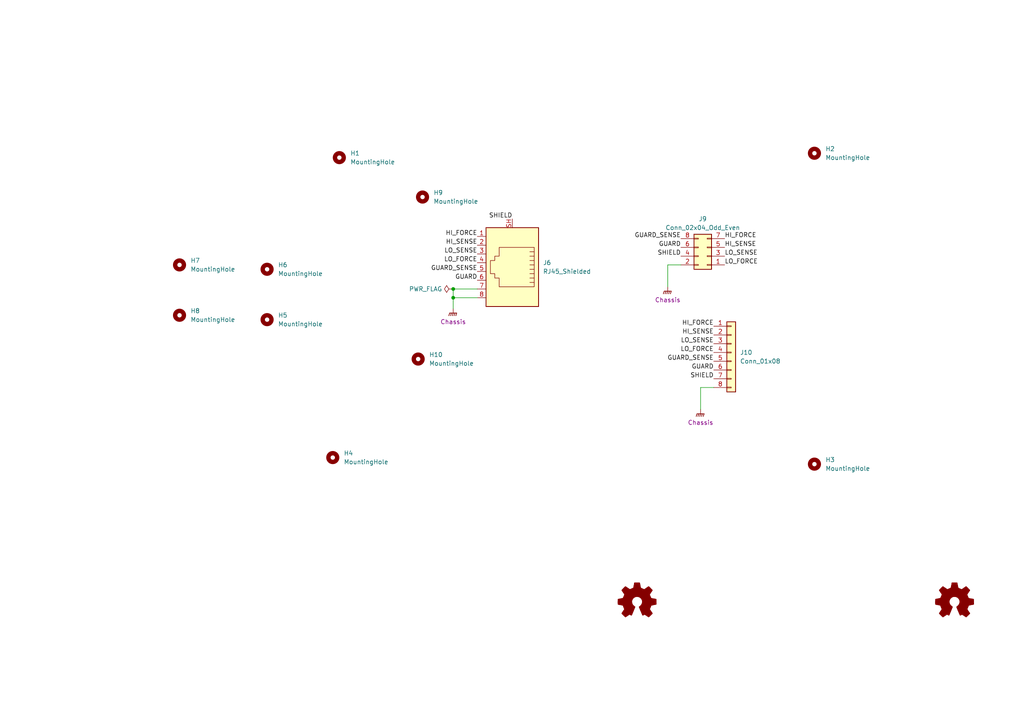
<source format=kicad_sch>
(kicad_sch (version 20230121) (generator eeschema)
  (paper "A4")
  (lib_symbols
    (symbol "Connector:RJ45_Shielded" (pin_names (offset 1.016))
      (property "Reference" "J" (at -5.08 13.97 0))
      (property "Value" "RJ45_Shielded" (at 2.54 13.97 0))
      (symbol "RJ45_Shielded_0_1"
        (polyline (pts (xy -5.08 4.445) (xy -6.35 4.445)))
        (polyline (pts (xy -5.08 5.715) (xy -6.35 5.715)))
        (polyline (pts (xy -6.35 -3.175) (xy -5.08 -3.175) (xy -5.08 -3.175)))
        (polyline (pts (xy -6.35 -1.905) (xy -5.08 -1.905) (xy -5.08 -1.905)))
        (polyline (pts (xy -6.35 -0.635) (xy -5.08 -0.635) (xy -5.08 -0.635)))
        (polyline (pts (xy -6.35 0.635) (xy -5.08 0.635) (xy -5.08 0.635)))
        (polyline (pts (xy -6.35 1.905) (xy -5.08 1.905) (xy -5.08 1.905)))
        (polyline (pts (xy -5.08 3.175) (xy -6.35 3.175) (xy -6.35 3.175)))
        (polyline (pts (xy -6.35 -4.445) (xy -6.35 6.985) (xy 3.81 6.985) (xy 3.81 4.445) (xy 5.08 4.445) (xy 5.08 3.175) (xy 6.35 3.175) (xy 6.35 -0.635) (xy 5.08 -0.635) (xy 5.08 -1.905) (xy 3.81 -1.905) (xy 3.81 -4.445) (xy -6.35 -4.445) (xy -6.35 -4.445)))
        (rectangle (start 7.62 12.7) (end -7.62 -10.16) (stroke (width 0.254)) (fill (type background)))
      )
      (symbol "RJ45_Shielded_1_1"
        (pin passive line (at 10.16 -7.62 180) (length 2.54) (name "~") (number "1"))
        (pin passive line (at 10.16 -5.08 180) (length 2.54) (name "~") (number "2"))
        (pin passive line (at 10.16 -2.54 180) (length 2.54) (name "~") (number "3"))
        (pin passive line (at 10.16 0 180) (length 2.54) (name "~") (number "4"))
        (pin passive line (at 10.16 2.54 180) (length 2.54) (name "~") (number "5"))
        (pin passive line (at 10.16 5.08 180) (length 2.54) (name "~") (number "6"))
        (pin passive line (at 10.16 7.62 180) (length 2.54) (name "~") (number "7"))
        (pin passive line (at 10.16 10.16 180) (length 2.54) (name "~") (number "8"))
        (pin passive line (at 0 -12.7 90) (length 2.54) (name "~") (number "SH"))
      )
    )
    (symbol "Connector_Generic:Conn_01x08" (pin_names (offset 1.016) hide)
      (property "Reference" "J" (at 0 10.16 0))
      (property "Value" "Conn_01x08" (at 0 -12.7 0))
      (symbol "Conn_01x08_1_1"
        (rectangle (start -1.27 -10.033) (end 0 -10.287) (stroke (width 0.1524)))
        (rectangle (start -1.27 -7.493) (end 0 -7.747) (stroke (width 0.1524)))
        (rectangle (start -1.27 -4.953) (end 0 -5.207) (stroke (width 0.1524)))
        (rectangle (start -1.27 -2.413) (end 0 -2.667) (stroke (width 0.1524)))
        (rectangle (start -1.27 0.127) (end 0 -0.127) (stroke (width 0.1524)))
        (rectangle (start -1.27 2.667) (end 0 2.413) (stroke (width 0.1524)))
        (rectangle (start -1.27 5.207) (end 0 4.953) (stroke (width 0.1524)))
        (rectangle (start -1.27 7.747) (end 0 7.493) (stroke (width 0.1524)))
        (rectangle (start -1.27 8.89) (end 1.27 -11.43) (stroke (width 0.254)) (fill (type background)))
        (pin passive line (at -5.08 7.62 0) (length 3.81) (name "Pin_1") (number "1"))
        (pin passive line (at -5.08 5.08 0) (length 3.81) (name "Pin_2") (number "2"))
        (pin passive line (at -5.08 2.54 0) (length 3.81) (name "Pin_3") (number "3"))
        (pin passive line (at -5.08 0 0) (length 3.81) (name "Pin_4") (number "4"))
        (pin passive line (at -5.08 -2.54 0) (length 3.81) (name "Pin_5") (number "5"))
        (pin passive line (at -5.08 -5.08 0) (length 3.81) (name "Pin_6") (number "6"))
        (pin passive line (at -5.08 -7.62 0) (length 3.81) (name "Pin_7") (number "7"))
        (pin passive line (at -5.08 -10.16 0) (length 3.81) (name "Pin_8") (number "8"))
      )
    )
    (symbol "Connector_Generic:Conn_02x04_Odd_Even" (pin_names (offset 1.016) hide)
      (property "Reference" "J" (at 1.27 5.08 0))
      (property "Value" "Conn_02x04_Odd_Even" (at 1.27 -7.62 0))
      (symbol "Conn_02x04_Odd_Even_1_1"
        (rectangle (start -1.27 -4.953) (end 0 -5.207) (stroke (width 0.1524)))
        (rectangle (start -1.27 -2.413) (end 0 -2.667) (stroke (width 0.1524)))
        (rectangle (start -1.27 0.127) (end 0 -0.127) (stroke (width 0.1524)))
        (rectangle (start -1.27 2.667) (end 0 2.413) (stroke (width 0.1524)))
        (rectangle (start -1.27 3.81) (end 3.81 -6.35) (stroke (width 0.254)) (fill (type background)))
        (rectangle (start 3.81 -4.953) (end 2.54 -5.207) (stroke (width 0.1524)))
        (rectangle (start 3.81 -2.413) (end 2.54 -2.667) (stroke (width 0.1524)))
        (rectangle (start 3.81 0.127) (end 2.54 -0.127) (stroke (width 0.1524)))
        (rectangle (start 3.81 2.667) (end 2.54 2.413) (stroke (width 0.1524)))
        (pin passive line (at -5.08 2.54 0) (length 3.81) (name "Pin_1") (number "1"))
        (pin passive line (at 7.62 2.54 180) (length 3.81) (name "Pin_2") (number "2"))
        (pin passive line (at -5.08 0 0) (length 3.81) (name "Pin_3") (number "3"))
        (pin passive line (at 7.62 0 180) (length 3.81) (name "Pin_4") (number "4"))
        (pin passive line (at -5.08 -2.54 0) (length 3.81) (name "Pin_5") (number "5"))
        (pin passive line (at 7.62 -2.54 180) (length 3.81) (name "Pin_6") (number "6"))
        (pin passive line (at -5.08 -5.08 0) (length 3.81) (name "Pin_7") (number "7"))
        (pin passive line (at 7.62 -5.08 180) (length 3.81) (name "Pin_8") (number "8"))
      )
    )
    (symbol "Graphic:Logo_Open_Hardware_Small" (pin_names (offset 1.016))
      (symbol "Logo_Open_Hardware_Small_0_1"
        (polyline (pts (xy 3.3528 -4.3434) (xy 3.302 -4.318) (xy 3.175 -4.2418) (xy 2.9972 -4.1148) (xy 2.7686 -3.9624) (xy 2.54 -3.81) (xy 2.3622 -3.7084) (xy 2.2352 -3.6068) (xy 2.1844 -3.5814) (xy 2.159 -3.6068) (xy 2.0574 -3.6576) (xy 1.905 -3.7338) (xy 1.8034 -3.7846) (xy 1.6764 -3.8354) (xy 1.6002 -3.8354) (xy 1.6002 -3.8354) (xy 1.5494 -3.7338) (xy 1.4732 -3.5306) (xy 1.3462 -3.302) (xy 1.2446 -3.0226) (xy 1.1176 -2.7178) (xy 0.9652 -2.413) (xy 0.8636 -2.1082) (xy 0.7366 -1.8288) (xy 0.6604 -1.6256) (xy 0.6096 -1.4732) (xy 0.5842 -1.397) (xy 0.5842 -1.397) (xy 0.6604 -1.3208) (xy 0.7874 -1.2446) (xy 1.0414 -1.016) (xy 1.2954 -0.6858) (xy 1.4478 -0.3302) (xy 1.524 0.0762) (xy 1.4732 0.4572) (xy 1.3208 0.8128) (xy 1.0668 1.143) (xy 0.762 1.3716) (xy 0.4064 1.524) (xy 0 1.5748) (xy -0.381 1.5494) (xy -0.7366 1.397) (xy -1.0668 1.143) (xy -1.2192 0.9906) (xy -1.397 0.6604) (xy -1.524 0.3048) (xy -1.524 0.2286) (xy -1.4986 -0.1778) (xy -1.397 -0.5334) (xy -1.1938 -0.8636) (xy -0.9144 -1.143) (xy -0.8636 -1.1684) (xy -0.7366 -1.27) (xy -0.635 -1.3462) (xy -0.5842 -1.397) (xy -1.0668 -2.5908) (xy -1.143 -2.794) (xy -1.2954 -3.1242) (xy -1.397 -3.4036) (xy -1.4986 -3.6322) (xy -1.5748 -3.7846) (xy -1.6002 -3.8354) (xy -1.6002 -3.8354) (xy -1.651 -3.8354) (xy -1.7272 -3.81) (xy -1.905 -3.7338) (xy -2.0066 -3.683) (xy -2.1336 -3.6068) (xy -2.2098 -3.5814) (xy -2.2606 -3.6068) (xy -2.3622 -3.683) (xy -2.54 -3.81) (xy -2.7686 -3.9624) (xy -2.9718 -4.0894) (xy -3.1496 -4.2164) (xy -3.302 -4.318) (xy -3.3528 -4.3434) (xy -3.3782 -4.3434) (xy -3.429 -4.318) (xy -3.5306 -4.2164) (xy -3.7084 -4.064) (xy -3.937 -3.8354) (xy -3.9624 -3.81) (xy -4.1656 -3.6068) (xy -4.318 -3.4544) (xy -4.4196 -3.3274) (xy -4.445 -3.2766) (xy -4.445 -3.2766) (xy -4.4196 -3.2258) (xy -4.318 -3.0734) (xy -4.2164 -2.8956) (xy -4.064 -2.667) (xy -3.6576 -2.0828) (xy -3.8862 -1.5494) (xy -3.937 -1.3716) (xy -4.0386 -1.1684) (xy -4.0894 -1.0414) (xy -4.1148 -0.9652) (xy -4.191 -0.9398) (xy -4.318 -0.9144) (xy -4.5466 -0.8636) (xy -4.8006 -0.8128) (xy -5.0546 -0.7874) (xy -5.2578 -0.7366) (xy -5.4356 -0.7112) (xy -5.5118 -0.6858) (xy -5.5118 -0.6858) (xy -5.5372 -0.635) (xy -5.5372 -0.5588) (xy -5.5372 -0.4318) (xy -5.5626 -0.2286) (xy -5.5626 0.0762) (xy -5.5626 0.127) (xy -5.5372 0.4064) (xy -5.5372 0.635) (xy -5.5372 0.762) (xy -5.5372 0.8382) (xy -5.5372 0.8382) (xy -5.461 0.8382) (xy -5.3086 0.889) (xy -5.08 0.9144) (xy -4.826 0.9652) (xy -4.8006 0.9906) (xy -4.5466 1.0414) (xy -4.318 1.0668) (xy -4.1656 1.1176) (xy -4.0894 1.143) (xy -4.0894 1.143) (xy -4.0386 1.2446) (xy -3.9624 1.4224) (xy -3.8608 1.6256) (xy -3.7846 1.8288) (xy -3.7084 2.0066) (xy -3.6576 2.159) (xy -3.6322 2.2098) (xy -3.6322 2.2098) (xy -3.683 2.286) (xy -3.7592 2.413) (xy -3.8862 2.5908) (xy -4.064 2.8194) (xy -4.064 2.8448) (xy -4.2164 3.0734) (xy -4.3434 3.2512) (xy -4.4196 3.3782) (xy -4.445 3.4544) (xy -4.445 3.4544) (xy -4.3942 3.5052) (xy -4.2926 3.6322) (xy -4.1148 3.81) (xy -3.937 4.0132) (xy -3.8608 4.064) (xy -3.6576 4.2926) (xy -3.5052 4.4196) (xy -3.4036 4.4958) (xy -3.3528 4.5212) (xy -3.3528 4.5212) (xy -3.302 4.4704) (xy -3.1496 4.3688) (xy -2.9718 4.2418) (xy -2.7432 4.0894) (xy -2.7178 4.0894) (xy -2.4892 3.937) (xy -2.3114 3.81) (xy -2.1844 3.7084) (xy -2.1336 3.683) (xy -2.1082 3.683) (xy -2.032 3.7084) (xy -1.8542 3.7592) (xy -1.6764 3.8354) (xy -1.4732 3.937) (xy -1.27 4.0132) (xy -1.143 4.064) (xy -1.0668 4.1148) (xy -1.0668 4.1148) (xy -1.0414 4.191) (xy -1.016 4.3434) (xy -0.9652 4.572) (xy -0.9144 4.8514) (xy -0.889 4.9022) (xy -0.8382 5.1562) (xy -0.8128 5.3848) (xy -0.7874 5.5372) (xy -0.762 5.588) (xy -0.7112 5.6134) (xy -0.5842 5.6134) (xy -0.4064 5.6134) (xy -0.1524 5.6134) (xy 0.0762 5.6134) (xy 0.3302 5.6134) (xy 0.5334 5.6134) (xy 0.6858 5.588) (xy 0.7366 5.588) (xy 0.7366 5.588) (xy 0.762 5.5118) (xy 0.8128 5.334) (xy 0.8382 5.1054) (xy 0.9144 4.826) (xy 0.9144 4.7752) (xy 0.9652 4.5212) (xy 1.016 4.2926) (xy 1.0414 4.1402) (xy 1.0668 4.0894) (xy 1.0668 4.0894) (xy 1.1938 4.0386) (xy 1.3716 3.9624) (xy 1.5748 3.8608) (xy 2.0828 3.6576) (xy 2.7178 4.0894) (xy 2.7686 4.1402) (xy 2.9972 4.2926) (xy 3.175 4.4196) (xy 3.302 4.4958) (xy 3.3782 4.5212) (xy 3.3782 4.5212) (xy 3.429 4.4704) (xy 3.556 4.3434) (xy 3.7338 4.191) (xy 3.9116 3.9878) (xy 4.064 3.8354) (xy 4.2418 3.6576) (xy 4.3434 3.556) (xy 4.4196 3.4798) (xy 4.4196 3.429) (xy 4.4196 3.4036) (xy 4.3942 3.3274) (xy 4.2926 3.2004) (xy 4.1656 2.9972) (xy 4.0132 2.794) (xy 3.8862 2.5908) (xy 3.7592 2.3876) (xy 3.6576 2.2352) (xy 3.6322 2.159) (xy 3.6322 2.1336) (xy 3.683 2.0066) (xy 3.7592 1.8288) (xy 3.8608 1.6002) (xy 4.064 1.1176) (xy 4.3942 1.0414) (xy 4.5974 1.016) (xy 4.8768 0.9652) (xy 5.1308 0.9144) (xy 5.5372 0.8382) (xy 5.5626 -0.6604) (xy 5.4864 -0.6858) (xy 5.4356 -0.6858) (xy 5.2832 -0.7366) (xy 5.0546 -0.762) (xy 4.8006 -0.8128) (xy 4.5974 -0.8636) (xy 4.3688 -0.9144) (xy 4.2164 -0.9398) (xy 4.1402 -0.9398) (xy 4.1148 -0.9652) (xy 4.064 -1.0668) (xy 3.9878 -1.2446) (xy 3.9116 -1.4478) (xy 3.81 -1.651) (xy 3.7338 -1.8542) (xy 3.683 -2.0066) (xy 3.6576 -2.0828) (xy 3.683 -2.1336) (xy 3.7846 -2.2606) (xy 3.8862 -2.4638) (xy 4.0386 -2.667) (xy 4.191 -2.8956) (xy 4.318 -3.0734) (xy 4.3942 -3.2004) (xy 4.445 -3.2766) (xy 4.4196 -3.3274) (xy 4.3434 -3.429) (xy 4.1656 -3.5814) (xy 3.937 -3.8354) (xy 3.8862 -3.8608) (xy 3.683 -4.064) (xy 3.5306 -4.2164) (xy 3.4036 -4.318) (xy 3.3528 -4.3434)) (fill (type outline)))
      )
    )
    (symbol "Mechanical:MountingHole" (pin_names (offset 1.016))
      (property "Reference" "H" (at 0 5.08 0))
      (property "Value" "MountingHole" (at 0 3.175 0))
      (symbol "MountingHole_0_1"
        (circle (center 0 0) (radius 1.27) (stroke (width 1.27)))
      )
    )
    (symbol "power:GNDPWR" (power) (pin_names (offset 0))
      (property "Value" "GNDPWR" (at 0 -3.302 0))
      (symbol "GNDPWR_0_1"
        (polyline (pts (xy 0 -1.27) (xy 0 0)))
        (polyline (pts (xy -1.016 -1.27) (xy -1.27 -2.032) (xy -1.27 -2.032)) (stroke (width 0.2032)))
        (polyline (pts (xy -0.508 -1.27) (xy -0.762 -2.032) (xy -0.762 -2.032)) (stroke (width 0.2032)))
        (polyline (pts (xy 0 -1.27) (xy -0.254 -2.032) (xy -0.254 -2.032)) (stroke (width 0.2032)))
        (polyline (pts (xy 0.508 -1.27) (xy 0.254 -2.032) (xy 0.254 -2.032)) (stroke (width 0.2032)))
        (polyline (pts (xy 1.016 -1.27) (xy -1.016 -1.27) (xy -1.016 -1.27)) (stroke (width 0.2032)))
        (polyline (pts (xy 1.016 -1.27) (xy 0.762 -2.032) (xy 0.762 -2.032) (xy 0.762 -2.032)) (stroke (width 0.2032)))
      )
      (symbol "GNDPWR_1_1"
        (pin power_in line (at 0 0 270) (length 0) hide (name "GNDPWR") (number "1"))
      )
    )
    (symbol "power:PWR_FLAG" (power) (pin_numbers hide) (pin_names (offset 0) hide)
      (property "Value" "PWR_FLAG" (at 0 3.81 0))
      (symbol "PWR_FLAG_0_0"
        (pin power_out line (at 0 0 90) (length 0) (name "pwr") (number "1"))
      )
      (symbol "PWR_FLAG_0_1"
        (polyline (pts (xy 0 0) (xy 0 1.27) (xy -1.016 1.905) (xy 0 2.54) (xy 1.016 1.905) (xy 0 1.27)))
      )
    )
  )
  (junction (at 131.445 86.36))
  (junction (at 131.445 83.82))
  (wire (pts (xy 203.2 112.395) (xy 207.01 112.395)))
  (wire (pts (xy 138.43 83.82) (xy 131.445 83.82)))
  (wire (pts (xy 131.445 83.82) (xy 131.445 86.36)))
  (wire (pts (xy 138.43 86.36) (xy 131.445 86.36)))
  (wire (pts (xy 203.2 112.395) (xy 203.2 118.745)))
  (wire (pts (xy 193.675 76.835) (xy 193.675 83.185)))
  (wire (pts (xy 193.675 76.835) (xy 197.485 76.835)))
  (wire (pts (xy 131.445 86.36) (xy 131.445 89.535)))
  (label "GUARD_SENSE" (at 138.43 78.74 180))
  (label "GUARD" (at 138.43 81.28 180))
  (label "LO_FORCE" (at 207.01 102.235 180))
  (label "LO_SENSE" (at 207.01 99.695 180))
  (label "LO_SENSE" (at 138.43 73.66 180))
  (label "HI_FORCE" (at 138.43 68.58 180))
  (label "HI_SENSE" (at 138.43 71.12 180))
  (label "GUARD" (at 197.485 71.755 180))
  (label "LO_FORCE" (at 138.43 76.2 180))
  (label "GUARD_SENSE" (at 207.01 104.775 180))
  (label "HI_SENSE" (at 207.01 97.155 180))
  (label "HI_SENSE" (at 210.185 71.755 0))
  (label "SHIELD" (at 207.01 109.855 180))
  (label "GUARD_SENSE" (at 197.485 69.215 180))
  (label "GUARD" (at 207.01 107.315 180))
  (label "SHIELD" (at 148.59 63.5 180))
  (label "LO_FORCE" (at 210.185 76.835 0))
  (label "LO_SENSE" (at 210.185 74.295 0))
  (label "HI_FORCE" (at 207.01 94.615 180))
  (label "SHIELD" (at 197.485 74.295 180))
  (label "HI_FORCE" (at 210.185 69.215 0))
  (symbol (lib_id "Connector_Generic:Conn_02x04_Odd_Even") (at 205.105 74.295 180) (unit 1)
    (property "Reference" "J9" (at 203.835 63.5 0))
    (property "Value" "Conn_02x04_Odd_Even" (at 203.835 66.04 0))
    (property "Footprint" "Connector_IDC:IDC-Header_2x04_P2.54mm_Horizontal" (effects hide))
  )
  (symbol (lib_id "Mechanical:MountingHole") (at 121.285 104.14 0) (unit 1)
    (property "Reference" "H10" (at 124.46 102.87 0) (effects (justify left)))
    (property "Value" "MountingHole" (at 124.46 105.41 0) (effects (justify left)))
    (property "Footprint" "MountingHole:MountingHole_3.2mm_M3_ISO7380" (effects hide))
  )
  (symbol (lib_id "power:GNDPWR") (at 203.2 118.745 0) (unit 1)
    (property "Reference" "#PWR04" (effects hide))
    (property "Value" "GNDPWR" (effects hide))
    (property "label" "Chassis" (at 203.2 122.555 0))
  )
  (symbol (lib_id "power:GNDPWR") (at 193.675 83.185 0) (unit 1)
    (property "Reference" "#PWR03" (effects hide))
    (property "Value" "GNDPWR" (effects hide))
    (property "label" "Chassis" (at 193.675 86.995 0))
  )
  (symbol (lib_id "Graphic:Logo_Open_Hardware_Small") (at 184.785 174.625 0) (unit 1)
    (property "Reference" "LOGO1" (effects hide))
    (property "Value" "Logo_Open_Hardware_Small" (effects hide))
    (property "Footprint" "custom_footprints:logo" (effects hide))
  )
  (symbol (lib_id "Mechanical:MountingHole") (at 236.22 44.45 0) (unit 1)
    (property "Reference" "H2" (at 239.395 43.18 0) (effects (justify left)))
    (property "Value" "MountingHole" (at 239.395 45.72 0) (effects (justify left)))
    (property "Footprint" "MountingHole:MountingHole_3.2mm_M3_ISO7380" (effects hide))
  )
  (symbol (lib_id "power:PWR_FLAG") (at 131.445 83.82 90) (unit 1)
    (property "Reference" "#FLG01" (effects hide))
    (property "Value" "PWR_FLAG" (at 128.27 83.8199 90) (effects (justify left)))
  )
  (symbol (lib_id "Connector:RJ45_Shielded") (at 148.59 76.2 180) (unit 1)
    (property "Reference" "J6" (at 157.48 76.1999 0) (effects (justify right)))
    (property "Value" "RJ45_Shielded" (at 157.48 78.7399 0) (effects (justify right)))
    (property "Footprint" "custom_footprints:RJ45_WURTH_615008142621_horizontal_shield" (effects hide))
    (property "supplier" "RS" (effects hide))
    (property "supplier_partno" "782-7723" (effects hide))
  )
  (symbol (lib_id "Graphic:Logo_Open_Hardware_Small") (at 276.86 174.625 0) (unit 1)
    (property "Reference" "LOGO2" (effects hide))
    (property "Value" "Logo_Open_Hardware_Small" (effects hide))
    (property "Footprint" "custom_footprints:logo" (effects hide))
  )
  (symbol (lib_id "Connector_Generic:Conn_01x08") (at 212.09 102.235 0) (unit 1)
    (property "Reference" "J10" (at 214.63 102.235 0) (effects (justify left)))
    (property "Value" "Conn_01x08" (at 214.63 104.775 0) (effects (justify left)))
    (property "Footprint" "Connector_Phoenix_MC:PhoenixContact_MC_1,5_8-GF-3.5_1x08_P3.50mm_Horizontal_ThreadedFlange_MountHole" (effects hide))
  )
  (symbol (lib_id "Mechanical:MountingHole") (at 236.22 134.62 0) (unit 1)
    (property "Reference" "H3" (at 239.395 133.35 0) (effects (justify left)))
    (property "Value" "MountingHole" (at 239.395 135.89 0) (effects (justify left)))
    (property "Footprint" "MountingHole:MountingHole_3.2mm_M3_ISO7380" (effects hide))
  )
  (symbol (lib_id "Mechanical:MountingHole") (at 96.52 132.715 0) (unit 1)
    (property "Reference" "H4" (at 99.695 131.445 0) (effects (justify left)))
    (property "Value" "MountingHole" (at 99.695 133.985 0) (effects (justify left)))
    (property "Footprint" "MountingHole:MountingHole_3.2mm_M3_ISO7380" (effects hide))
  )
  (symbol (lib_id "Mechanical:MountingHole") (at 122.555 57.15 0) (unit 1)
    (property "Reference" "H9" (at 125.73 55.88 0) (effects (justify left)))
    (property "Value" "MountingHole" (at 125.73 58.42 0) (effects (justify left)))
    (property "Footprint" "MountingHole:MountingHole_3.2mm_M3_ISO7380" (effects hide))
  )
  (symbol (lib_id "Mechanical:MountingHole") (at 52.07 76.835 0) (unit 1)
    (property "Reference" "H7" (at 55.245 75.565 0) (effects (justify left)))
    (property "Value" "MountingHole" (at 55.245 78.105 0) (effects (justify left)))
    (property "Footprint" "MountingHole:MountingHole_3.2mm_M3_ISO7380" (effects hide))
  )
  (symbol (lib_id "Mechanical:MountingHole") (at 52.07 91.44 0) (unit 1)
    (property "Reference" "H8" (at 55.245 90.17 0) (effects (justify left)))
    (property "Value" "MountingHole" (at 55.245 92.71 0) (effects (justify left)))
    (property "Footprint" "MountingHole:MountingHole_3.2mm_M3_ISO7380" (effects hide))
  )
  (symbol (lib_id "Mechanical:MountingHole") (at 77.47 92.71 0) (unit 1)
    (property "Reference" "H5" (at 80.645 91.44 0) (effects (justify left)))
    (property "Value" "MountingHole" (at 80.645 93.98 0) (effects (justify left)))
    (property "Footprint" "MountingHole:MountingHole_3.2mm_M3_ISO7380" (effects hide))
  )
  (symbol (lib_id "Mechanical:MountingHole") (at 77.47 78.105 0) (unit 1)
    (property "Reference" "H6" (at 80.645 76.835 0) (effects (justify left)))
    (property "Value" "MountingHole" (at 80.645 79.375 0) (effects (justify left)))
    (property "Footprint" "MountingHole:MountingHole_3.2mm_M3_ISO7380" (effects hide))
  )
  (symbol (lib_id "Mechanical:MountingHole") (at 98.425 45.72 0) (unit 1)
    (property "Reference" "H1" (at 101.6 44.45 0) (effects (justify left)))
    (property "Value" "MountingHole" (at 101.6 46.99 0) (effects (justify left)))
    (property "Footprint" "MountingHole:MountingHole_3.2mm_M3_ISO7380" (effects hide))
  )
  (symbol (lib_id "power:GNDPWR") (at 131.445 89.535 0) (unit 1)
    (property "Reference" "#PWR01" (effects hide))
    (property "Value" "GNDPWR" (effects hide))
    (property "label" "Chassis" (at 131.445 93.345 0))
  )
)
</source>
